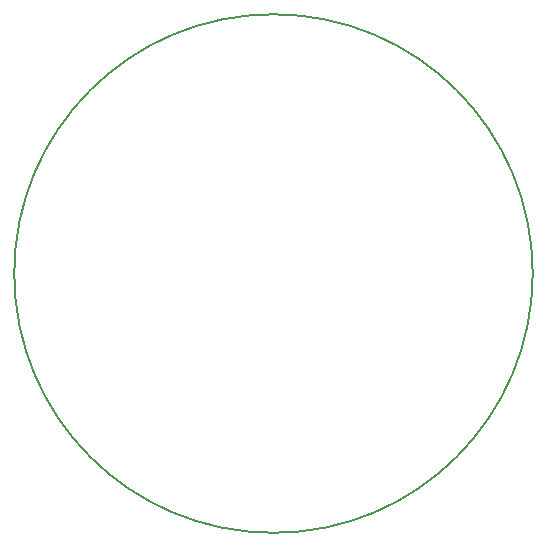
<source format=gm1>
%TF.GenerationSoftware,KiCad,Pcbnew,9.0.6*%
%TF.CreationDate,2025-12-14T23:52:50+01:00*%
%TF.ProjectId,ledConnect,6c656443-6f6e-46e6-9563-742e6b696361,rev?*%
%TF.SameCoordinates,Original*%
%TF.FileFunction,Profile,NP*%
%FSLAX46Y46*%
G04 Gerber Fmt 4.6, Leading zero omitted, Abs format (unit mm)*
G04 Created by KiCad (PCBNEW 9.0.6) date 2025-12-14 23:52:50*
%MOMM*%
%LPD*%
G01*
G04 APERTURE LIST*
%TA.AperFunction,Profile*%
%ADD10C,0.200000*%
%TD*%
G04 APERTURE END LIST*
D10*
X174762500Y-92850000D02*
G75*
G02*
X130862500Y-92850000I-21950000J0D01*
G01*
X130862500Y-92850000D02*
G75*
G02*
X174762500Y-92850000I21950000J0D01*
G01*
M02*

</source>
